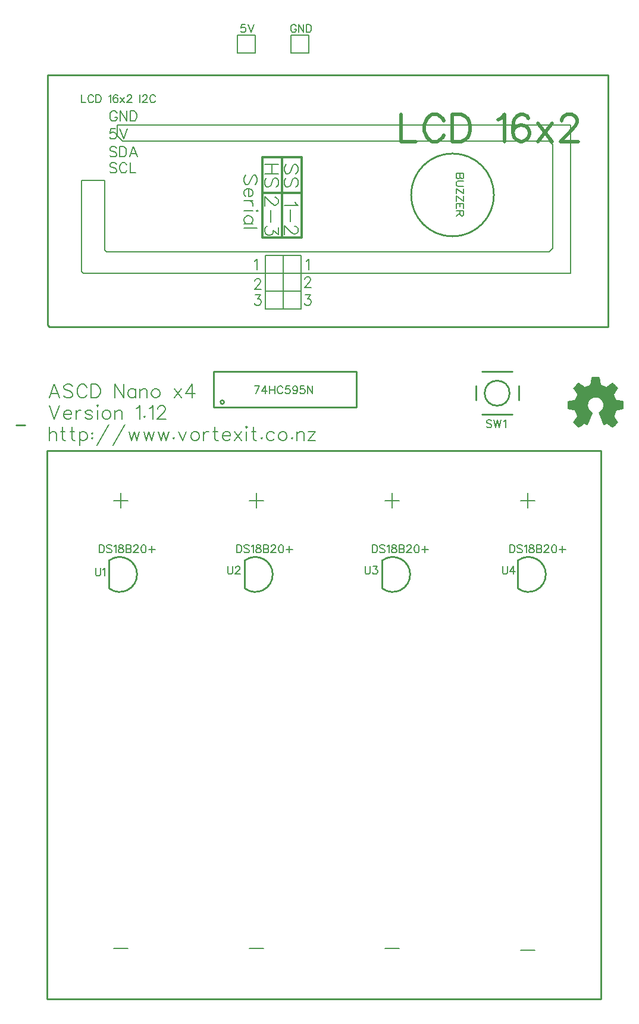
<source format=gto>
G04 Layer: TopSilkLayer*
G04 EasyEDA v5.9.42, Thu, 04 Apr 2019 19:27:21 GMT*
G04 a42c463e7e4844508e23aeb05d994216*
G04 Gerber Generator version 0.2*
G04 Scale: 100 percent, Rotated: No, Reflected: No *
G04 Dimensions in millimeters *
G04 leading zeros omitted , absolute positions ,3 integer and 3 decimal *
%FSLAX33Y33*%
%MOMM*%
G90*
G71D02*

%ADD10C,0.254000*%
%ADD12C,0.299999*%
%ADD49C,0.150114*%
%ADD50C,0.228600*%
%ADD51C,0.203200*%
%ADD52C,0.202999*%
%ADD53C,0.169000*%
%ADD54C,0.177800*%
%ADD55C,0.127000*%
%ADD56C,0.499999*%

%LPD*%

%LPD*%
G36*
G01X86787Y92966D02*
G01X86541Y92966D01*
G01X86441Y92965D01*
G01X86350Y92963D01*
G01X86270Y92960D01*
G01X86203Y92957D01*
G01X86152Y92954D01*
G01X86119Y92950D01*
G01X86106Y92946D01*
G01X86100Y92933D01*
G01X86093Y92912D01*
G01X86085Y92883D01*
G01X86076Y92846D01*
G01X86066Y92800D01*
G01X86055Y92747D01*
G01X86042Y92686D01*
G01X86028Y92617D01*
G01X86013Y92540D01*
G01X85997Y92456D01*
G01X85980Y92365D01*
G01X85962Y92266D01*
G01X85948Y92188D01*
G01X85934Y92115D01*
G01X85920Y92048D01*
G01X85907Y91989D01*
G01X85896Y91940D01*
G01X85886Y91901D01*
G01X85878Y91876D01*
G01X85873Y91864D01*
G01X85845Y91850D01*
G01X85786Y91824D01*
G01X85703Y91789D01*
G01X85605Y91749D01*
G01X85501Y91708D01*
G01X85401Y91667D01*
G01X85315Y91632D01*
G01X85256Y91608D01*
G01X85154Y91565D01*
G01X84781Y91819D01*
G01X84705Y91871D01*
G01X84629Y91922D01*
G01X84557Y91970D01*
G01X84490Y92014D01*
G01X84430Y92054D01*
G01X84379Y92086D01*
G01X84339Y92112D01*
G01X84312Y92128D01*
G01X84216Y92183D01*
G01X83829Y91793D01*
G01X83441Y91403D01*
G01X83505Y91298D01*
G01X83522Y91271D01*
G01X83547Y91233D01*
G01X83577Y91188D01*
G01X83612Y91135D01*
G01X83651Y91077D01*
G01X83692Y91016D01*
G01X83735Y90954D01*
G01X83779Y90891D01*
G01X83821Y90829D01*
G01X83862Y90769D01*
G01X83901Y90712D01*
G01X83965Y90616D01*
G01X83989Y90578D01*
G01X84007Y90550D01*
G01X84017Y90533D01*
G01X84024Y90514D01*
G01X84026Y90490D01*
G01X84021Y90459D01*
G01X84010Y90417D01*
G01X83992Y90363D01*
G01X83966Y90296D01*
G01X83931Y90211D01*
G01X83886Y90108D01*
G01X83860Y90047D01*
G01X83838Y89993D01*
G01X83817Y89945D01*
G01X83799Y89903D01*
G01X83781Y89867D01*
G01X83764Y89835D01*
G01X83747Y89807D01*
G01X83728Y89783D01*
G01X83707Y89763D01*
G01X83684Y89745D01*
G01X83658Y89730D01*
G01X83627Y89717D01*
G01X83592Y89705D01*
G01X83551Y89694D01*
G01X83504Y89683D01*
G01X83449Y89673D01*
G01X83388Y89662D01*
G01X83317Y89650D01*
G01X83238Y89636D01*
G01X83148Y89621D01*
G01X83063Y89605D01*
G01X82981Y89589D01*
G01X82906Y89573D01*
G01X82839Y89557D01*
G01X82781Y89543D01*
G01X82736Y89529D01*
G01X82704Y89518D01*
G01X82688Y89509D01*
G01X82678Y89493D01*
G01X82670Y89467D01*
G01X82663Y89428D01*
G01X82658Y89375D01*
G01X82654Y89304D01*
G01X82652Y89215D01*
G01X82651Y89105D01*
G01X82650Y88971D01*
G01X82651Y88870D01*
G01X82653Y88774D01*
G01X82655Y88686D01*
G01X82658Y88607D01*
G01X82662Y88540D01*
G01X82666Y88487D01*
G01X82670Y88451D01*
G01X82675Y88433D01*
G01X82689Y88423D01*
G01X82719Y88410D01*
G01X82764Y88396D01*
G01X82824Y88380D01*
G01X82897Y88362D01*
G01X82983Y88343D01*
G01X83081Y88323D01*
G01X83190Y88302D01*
G01X83288Y88283D01*
G01X83381Y88264D01*
G01X83466Y88247D01*
G01X83541Y88230D01*
G01X83604Y88216D01*
G01X83652Y88204D01*
G01X83684Y88195D01*
G01X83698Y88189D01*
G01X83708Y88173D01*
G01X83725Y88136D01*
G01X83748Y88083D01*
G01X83776Y88018D01*
G01X83808Y87943D01*
G01X83841Y87863D01*
G01X83874Y87781D01*
G01X83907Y87700D01*
G01X83937Y87625D01*
G01X83963Y87558D01*
G01X83983Y87504D01*
G01X83996Y87465D01*
G01X84001Y87442D01*
G01X84000Y87417D01*
G01X83992Y87387D01*
G01X83975Y87349D01*
G01X83948Y87301D01*
G01X83910Y87239D01*
G01X83859Y87162D01*
G01X83794Y87067D01*
G01X83748Y86999D01*
G01X83702Y86932D01*
G01X83658Y86866D01*
G01X83617Y86805D01*
G01X83580Y86749D01*
G01X83548Y86701D01*
G01X83523Y86663D01*
G01X83506Y86635D01*
G01X83441Y86530D01*
G01X83821Y86147D01*
G01X83898Y86070D01*
G01X83971Y85998D01*
G01X84039Y85933D01*
G01X84099Y85876D01*
G01X84151Y85829D01*
G01X84191Y85794D01*
G01X84220Y85771D01*
G01X84234Y85764D01*
G01X84250Y85769D01*
G01X84279Y85786D01*
G01X84323Y85811D01*
G01X84377Y85845D01*
G01X84441Y85886D01*
G01X84591Y85986D01*
G01X84672Y86042D01*
G01X85077Y86320D01*
G01X85280Y86213D01*
G01X85393Y86156D01*
G01X85459Y86130D01*
G01X85495Y86132D01*
G01X85520Y86155D01*
G01X85527Y86167D01*
G01X85539Y86189D01*
G01X85553Y86220D01*
G01X85572Y86260D01*
G01X85593Y86307D01*
G01X85617Y86361D01*
G01X85643Y86421D01*
G01X85672Y86487D01*
G01X85702Y86557D01*
G01X85733Y86631D01*
G01X85765Y86708D01*
G01X85798Y86788D01*
G01X85823Y86848D01*
G01X85875Y86972D01*
G01X85900Y87035D01*
G01X85926Y87096D01*
G01X85951Y87157D01*
G01X85976Y87217D01*
G01X86000Y87275D01*
G01X86023Y87331D01*
G01X86046Y87385D01*
G01X86067Y87435D01*
G01X86086Y87482D01*
G01X86104Y87525D01*
G01X86120Y87564D01*
G01X86135Y87598D01*
G01X86147Y87627D01*
G01X86187Y87728D01*
G01X86218Y87815D01*
G01X86236Y87877D01*
G01X86238Y87907D01*
G01X86218Y87927D01*
G01X86176Y87963D01*
G01X86116Y88009D01*
G01X86047Y88061D01*
G01X86000Y88097D01*
G01X85956Y88132D01*
G01X85916Y88168D01*
G01X85878Y88205D01*
G01X85843Y88243D01*
G01X85811Y88282D01*
G01X85780Y88322D01*
G01X85752Y88365D01*
G01X85725Y88409D01*
G01X85699Y88456D01*
G01X85675Y88505D01*
G01X85652Y88558D01*
G01X85632Y88610D01*
G01X85615Y88664D01*
G01X85600Y88718D01*
G01X85589Y88772D01*
G01X85581Y88827D01*
G01X85576Y88882D01*
G01X85574Y88938D01*
G01X85574Y88993D01*
G01X85577Y89048D01*
G01X85584Y89103D01*
G01X85592Y89158D01*
G01X85604Y89212D01*
G01X85618Y89265D01*
G01X85635Y89317D01*
G01X85654Y89369D01*
G01X85676Y89420D01*
G01X85700Y89469D01*
G01X85727Y89517D01*
G01X85756Y89564D01*
G01X85787Y89609D01*
G01X85821Y89653D01*
G01X85856Y89694D01*
G01X85894Y89734D01*
G01X85935Y89772D01*
G01X85977Y89807D01*
G01X86021Y89840D01*
G01X86067Y89871D01*
G01X86116Y89899D01*
G01X86170Y89927D01*
G01X86224Y89953D01*
G01X86277Y89975D01*
G01X86331Y89994D01*
G01X86384Y90010D01*
G01X86437Y90024D01*
G01X86489Y90034D01*
G01X86542Y90042D01*
G01X86595Y90047D01*
G01X86648Y90048D01*
G01X86701Y90047D01*
G01X86755Y90043D01*
G01X86808Y90036D01*
G01X86862Y90026D01*
G01X86917Y90014D01*
G01X86971Y89998D01*
G01X87035Y89976D01*
G01X87096Y89952D01*
G01X87155Y89924D01*
G01X87211Y89894D01*
G01X87265Y89861D01*
G01X87317Y89824D01*
G01X87366Y89786D01*
G01X87412Y89744D01*
G01X87456Y89700D01*
G01X87497Y89653D01*
G01X87536Y89603D01*
G01X87571Y89552D01*
G01X87604Y89498D01*
G01X87633Y89441D01*
G01X87660Y89382D01*
G01X87683Y89321D01*
G01X87698Y89274D01*
G01X87711Y89230D01*
G01X87720Y89187D01*
G01X87727Y89142D01*
G01X87731Y89094D01*
G01X87732Y89041D01*
G01X87732Y88981D01*
G01X87730Y88911D01*
G01X87725Y88840D01*
G01X87718Y88771D01*
G01X87707Y88705D01*
G01X87692Y88642D01*
G01X87675Y88581D01*
G01X87654Y88523D01*
G01X87629Y88466D01*
G01X87600Y88412D01*
G01X87568Y88360D01*
G01X87532Y88309D01*
G01X87492Y88260D01*
G01X87447Y88212D01*
G01X87399Y88165D01*
G01X87346Y88119D01*
G01X87289Y88074D01*
G01X87227Y88030D01*
G01X87168Y87987D01*
G01X87120Y87948D01*
G01X87088Y87916D01*
G01X87076Y87896D01*
G01X87078Y87888D01*
G01X87083Y87873D01*
G01X87092Y87849D01*
G01X87104Y87818D01*
G01X87118Y87780D01*
G01X87156Y87685D01*
G01X87178Y87628D01*
G01X87203Y87567D01*
G01X87229Y87500D01*
G01X87258Y87430D01*
G01X87288Y87355D01*
G01X87320Y87277D01*
G01X87353Y87196D01*
G01X87387Y87113D01*
G01X87422Y87028D01*
G01X87458Y86942D01*
G01X87492Y86859D01*
G01X87526Y86778D01*
G01X87558Y86700D01*
G01X87589Y86625D01*
G01X87618Y86554D01*
G01X87646Y86488D01*
G01X87671Y86426D01*
G01X87694Y86369D01*
G01X87716Y86318D01*
G01X87734Y86273D01*
G01X87750Y86235D01*
G01X87763Y86203D01*
G01X87773Y86179D01*
G01X87779Y86163D01*
G01X87783Y86155D01*
G01X87808Y86127D01*
G01X87856Y86128D01*
G01X87935Y86158D01*
G01X88057Y86221D01*
G01X88238Y86320D01*
G01X88646Y86042D01*
G01X88729Y85986D01*
G01X88807Y85934D01*
G01X88880Y85887D01*
G01X88945Y85845D01*
G01X89000Y85811D01*
G01X89043Y85786D01*
G01X89074Y85769D01*
G01X89089Y85764D01*
G01X89106Y85772D01*
G01X89137Y85795D01*
G01X89179Y85831D01*
G01X89231Y85877D01*
G01X89290Y85933D01*
G01X89354Y85995D01*
G01X89422Y86062D01*
G01X89491Y86131D01*
G01X89559Y86201D01*
G01X89625Y86270D01*
G01X89686Y86335D01*
G01X89741Y86395D01*
G01X89787Y86448D01*
G01X89822Y86490D01*
G01X89845Y86522D01*
G01X89853Y86539D01*
G01X89848Y86556D01*
G01X89833Y86586D01*
G01X89810Y86628D01*
G01X89780Y86679D01*
G01X89743Y86738D01*
G01X89701Y86804D01*
G01X89655Y86874D01*
G01X89605Y86948D01*
G01X89555Y87021D01*
G01X89507Y87092D01*
G01X89462Y87158D01*
G01X89422Y87218D01*
G01X89387Y87269D01*
G01X89360Y87312D01*
G01X89340Y87343D01*
G01X89329Y87361D01*
G01X89323Y87378D01*
G01X89322Y87403D01*
G01X89326Y87434D01*
G01X89336Y87476D01*
G01X89353Y87529D01*
G01X89376Y87594D01*
G01X89406Y87674D01*
G01X89444Y87771D01*
G01X89473Y87844D01*
G01X89502Y87913D01*
G01X89529Y87978D01*
G01X89553Y88036D01*
G01X89575Y88085D01*
G01X89594Y88125D01*
G01X89608Y88154D01*
G01X89617Y88169D01*
G01X89631Y88180D01*
G01X89660Y88192D01*
G01X89703Y88206D01*
G01X89759Y88221D01*
G01X89827Y88238D01*
G01X89907Y88256D01*
G01X89999Y88274D01*
G01X90100Y88294D01*
G01X90192Y88311D01*
G01X90280Y88328D01*
G01X90362Y88343D01*
G01X90435Y88357D01*
G01X90497Y88370D01*
G01X90547Y88380D01*
G01X90583Y88388D01*
G01X90602Y88392D01*
G01X90617Y88400D01*
G01X90628Y88416D01*
G01X90636Y88445D01*
G01X90642Y88493D01*
G01X90646Y88565D01*
G01X90649Y88664D01*
G01X90650Y88797D01*
G01X90650Y89152D01*
G01X90649Y89292D01*
G01X90647Y89392D01*
G01X90642Y89460D01*
G01X90635Y89502D01*
G01X90624Y89526D01*
G01X90609Y89537D01*
G01X90588Y89543D01*
G01X90567Y89548D01*
G01X90529Y89555D01*
G01X90476Y89565D01*
G01X90412Y89577D01*
G01X90337Y89591D01*
G01X90255Y89606D01*
G01X90167Y89622D01*
G01X90075Y89639D01*
G01X89984Y89656D01*
G01X89898Y89673D01*
G01X89819Y89689D01*
G01X89750Y89703D01*
G01X89691Y89716D01*
G01X89616Y89736D01*
G01X89602Y89742D01*
G01X89587Y89766D01*
G01X89563Y89812D01*
G01X89533Y89876D01*
G01X89498Y89954D01*
G01X89461Y90040D01*
G01X89424Y90130D01*
G01X89387Y90221D01*
G01X89353Y90306D01*
G01X89325Y90382D01*
G01X89303Y90444D01*
G01X89290Y90488D01*
G01X89287Y90509D01*
G01X89295Y90524D01*
G01X89314Y90554D01*
G01X89341Y90596D01*
G01X89377Y90650D01*
G01X89420Y90713D01*
G01X89468Y90784D01*
G01X89520Y90861D01*
G01X89632Y91023D01*
G01X89684Y91101D01*
G01X89731Y91173D01*
G01X89772Y91239D01*
G01X89805Y91295D01*
G01X89831Y91341D01*
G01X89847Y91374D01*
G01X89853Y91392D01*
G01X89845Y91410D01*
G01X89822Y91442D01*
G01X89787Y91485D01*
G01X89741Y91537D01*
G01X89686Y91597D01*
G01X89625Y91663D01*
G01X89559Y91732D01*
G01X89490Y91802D01*
G01X89420Y91871D01*
G01X89352Y91938D01*
G01X89288Y92000D01*
G01X89229Y92056D01*
G01X89177Y92102D01*
G01X89134Y92138D01*
G01X89103Y92161D01*
G01X89085Y92169D01*
G01X89071Y92164D01*
G01X89044Y92150D01*
G01X89006Y92128D01*
G01X88958Y92098D01*
G01X88903Y92063D01*
G01X88841Y92022D01*
G01X88774Y91977D01*
G01X88703Y91929D01*
G01X88631Y91879D01*
G01X88561Y91830D01*
G01X88493Y91784D01*
G01X88429Y91741D01*
G01X88372Y91703D01*
G01X88324Y91670D01*
G01X88285Y91645D01*
G01X88259Y91628D01*
G01X88161Y91569D01*
G01X87859Y91692D01*
G01X87797Y91717D01*
G01X87737Y91742D01*
G01X87680Y91765D01*
G01X87628Y91786D01*
G01X87583Y91805D01*
G01X87545Y91820D01*
G01X87516Y91832D01*
G01X87498Y91839D01*
G01X87481Y91846D01*
G01X87467Y91854D01*
G01X87454Y91864D01*
G01X87443Y91879D01*
G01X87433Y91901D01*
G01X87422Y91932D01*
G01X87411Y91974D01*
G01X87399Y92029D01*
G01X87384Y92101D01*
G01X87368Y92189D01*
G01X87348Y92298D01*
G01X87324Y92429D01*
G01X87306Y92523D01*
G01X87289Y92612D01*
G01X87271Y92695D01*
G01X87255Y92768D01*
G01X87240Y92831D01*
G01X87227Y92880D01*
G01X87217Y92914D01*
G01X87209Y92930D01*
G01X87195Y92940D01*
G01X87169Y92948D01*
G01X87128Y92954D01*
G01X87072Y92959D01*
G01X86997Y92962D01*
G01X86903Y92965D01*
G01X86787Y92966D01*
G37*

%LPD*%
G54D12*
G01X39207Y124188D02*
G01X39207Y112758D01*
G01X44795Y112758D01*
G01X44795Y124188D01*
G01X39207Y124188D01*
G01X39207Y119108D02*
G01X44795Y119108D01*
G01X42001Y124188D02*
G01X42001Y112758D01*
G54D10*
G01X17424Y62898D02*
G01X17424Y66857D01*
G01X36728Y62898D02*
G01X36728Y66857D01*
G01X56286Y62898D02*
G01X56286Y66857D01*
G01X75590Y62898D02*
G01X75590Y66857D01*
G01X70485Y87612D02*
G01X74803Y87612D01*
G01X74803Y93708D02*
G01X70485Y93708D01*
G01X69596Y89669D02*
G01X69596Y91676D01*
G01X75692Y89644D02*
G01X75692Y91676D01*
G01X8580Y4544D02*
G01X8580Y82524D01*
G01X87419Y82524D01*
G01X87419Y4544D01*
G01X8580Y4544D01*
G01X8636Y135872D02*
G01X88392Y135872D01*
G01X88392Y100058D01*
G01X8890Y100058D01*
G01X8636Y100312D01*
G01X8636Y135872D01*
G54D49*
G01X18542Y128760D02*
G01X83058Y128760D01*
G01X83058Y107678D01*
G01X13716Y107678D01*
G01X13462Y107932D01*
G01X13462Y120886D01*
G01X16764Y120886D01*
G01X16764Y110980D01*
G01X17018Y110726D01*
G01X80010Y110726D01*
G01X80518Y111234D01*
G01X80518Y125966D01*
G01X80010Y126474D01*
G01X19304Y126474D01*
G01X18542Y127236D01*
G01X18542Y128760D01*
G54D50*
G01X32258Y88628D02*
G01X52578Y88628D01*
G01X52578Y93708D01*
G01X32258Y93708D01*
G01X32258Y88628D01*
G54D51*
G01X39624Y102598D02*
G01X39624Y105138D01*
G01X42164Y105138D01*
G01X42164Y102598D01*
G01X40259Y102598D01*
G54D52*
G01X39624Y102598D02*
G01X40259Y102598D01*
G54D51*
G01X42164Y102598D02*
G01X42164Y105138D01*
G01X44704Y105138D01*
G01X44704Y102598D01*
G01X42799Y102598D01*
G54D52*
G01X42164Y102598D02*
G01X42799Y102598D01*
G54D51*
G01X42164Y105138D02*
G01X42164Y107678D01*
G01X44704Y107678D01*
G01X44704Y105138D01*
G01X42799Y105138D01*
G54D52*
G01X42164Y105138D02*
G01X42799Y105138D01*
G54D51*
G01X39624Y105138D02*
G01X39624Y107678D01*
G01X42164Y107678D01*
G01X42164Y105138D01*
G01X40259Y105138D01*
G54D52*
G01X39624Y105138D02*
G01X40259Y105138D01*
G54D51*
G01X38191Y139011D02*
G01X35651Y139011D01*
G01X35651Y141551D01*
G01X38191Y141551D01*
G01X38191Y139646D01*
G54D52*
G01X38191Y139011D02*
G01X38191Y139646D01*
G54D51*
G01X45811Y139011D02*
G01X43271Y139011D01*
G01X43271Y141551D01*
G01X45811Y141551D01*
G01X45811Y139646D01*
G54D52*
G01X45811Y139011D02*
G01X45811Y139646D01*
G54D51*
G01X42164Y107678D02*
G01X39624Y107678D01*
G01X39624Y110218D01*
G01X42164Y110218D01*
G01X42164Y108313D01*
G54D52*
G01X42164Y107678D02*
G01X42164Y108313D01*
G54D51*
G01X44704Y107678D02*
G01X42164Y107678D01*
G01X42164Y110218D01*
G01X44704Y110218D01*
G01X44704Y108313D01*
G54D52*
G01X44704Y107678D02*
G01X44704Y108313D01*
G54D10*
G01X5461Y86088D02*
G01X4191Y86088D01*
G54D51*
G01X9629Y91930D02*
G01X8890Y89989D01*
G01X9629Y91930D02*
G01X10368Y89989D01*
G01X9166Y90637D02*
G01X10088Y90637D01*
G01X12270Y91653D02*
G01X12085Y91836D01*
G01X11808Y91930D01*
G01X11437Y91930D01*
G01X11160Y91836D01*
G01X10977Y91653D01*
G01X10977Y91467D01*
G01X11069Y91282D01*
G01X11160Y91191D01*
G01X11346Y91099D01*
G01X11899Y90914D01*
G01X12085Y90820D01*
G01X12176Y90728D01*
G01X12270Y90543D01*
G01X12270Y90266D01*
G01X12085Y90083D01*
G01X11808Y89989D01*
G01X11437Y89989D01*
G01X11160Y90083D01*
G01X10977Y90266D01*
G01X14264Y91467D02*
G01X14173Y91653D01*
G01X13987Y91836D01*
G01X13802Y91930D01*
G01X13434Y91930D01*
G01X13248Y91836D01*
G01X13063Y91653D01*
G01X12971Y91467D01*
G01X12880Y91191D01*
G01X12880Y90728D01*
G01X12971Y90451D01*
G01X13063Y90266D01*
G01X13248Y90083D01*
G01X13434Y89989D01*
G01X13802Y89989D01*
G01X13987Y90083D01*
G01X14173Y90266D01*
G01X14264Y90451D01*
G01X14874Y91930D02*
G01X14874Y89989D01*
G01X14874Y91930D02*
G01X15521Y91930D01*
G01X15798Y91836D01*
G01X15981Y91653D01*
G01X16075Y91467D01*
G01X16167Y91191D01*
G01X16167Y90728D01*
G01X16075Y90451D01*
G01X15981Y90266D01*
G01X15798Y90083D01*
G01X15521Y89989D01*
G01X14874Y89989D01*
G01X18199Y91930D02*
G01X18199Y89989D01*
G01X18199Y91930D02*
G01X19491Y89989D01*
G01X19491Y91930D02*
G01X19491Y89989D01*
G01X21211Y91282D02*
G01X21211Y89989D01*
G01X21211Y91005D02*
G01X21026Y91191D01*
G01X20840Y91282D01*
G01X20563Y91282D01*
G01X20378Y91191D01*
G01X20195Y91005D01*
G01X20101Y90728D01*
G01X20101Y90543D01*
G01X20195Y90266D01*
G01X20378Y90083D01*
G01X20563Y89989D01*
G01X20840Y89989D01*
G01X21026Y90083D01*
G01X21211Y90266D01*
G01X21821Y91282D02*
G01X21821Y89989D01*
G01X21821Y90914D02*
G01X22098Y91191D01*
G01X22280Y91282D01*
G01X22560Y91282D01*
G01X22743Y91191D01*
G01X22837Y90914D01*
G01X22837Y89989D01*
G01X23906Y91282D02*
G01X23723Y91191D01*
G01X23538Y91005D01*
G01X23446Y90728D01*
G01X23446Y90543D01*
G01X23538Y90266D01*
G01X23723Y90083D01*
G01X23906Y89989D01*
G01X24185Y89989D01*
G01X24368Y90083D01*
G01X24554Y90266D01*
G01X24645Y90543D01*
G01X24645Y90728D01*
G01X24554Y91005D01*
G01X24368Y91191D01*
G01X24185Y91282D01*
G01X23906Y91282D01*
G01X26677Y91282D02*
G01X27693Y89989D01*
G01X27693Y91282D02*
G01X26677Y89989D01*
G01X29227Y91930D02*
G01X28303Y90637D01*
G01X29690Y90637D01*
G01X29227Y91930D02*
G01X29227Y89989D01*
G01X8890Y88882D02*
G01X9629Y86941D01*
G01X10368Y88882D02*
G01X9629Y86941D01*
G01X10977Y87680D02*
G01X12085Y87680D01*
G01X12085Y87866D01*
G01X11993Y88051D01*
G01X11899Y88143D01*
G01X11714Y88234D01*
G01X11437Y88234D01*
G01X11254Y88143D01*
G01X11069Y87957D01*
G01X10977Y87680D01*
G01X10977Y87495D01*
G01X11069Y87218D01*
G01X11254Y87035D01*
G01X11437Y86941D01*
G01X11714Y86941D01*
G01X11899Y87035D01*
G01X12085Y87218D01*
G01X12694Y88234D02*
G01X12694Y86941D01*
G01X12694Y87680D02*
G01X12786Y87957D01*
G01X12971Y88143D01*
G01X13157Y88234D01*
G01X13434Y88234D01*
G01X15059Y87957D02*
G01X14965Y88143D01*
G01X14688Y88234D01*
G01X14411Y88234D01*
G01X14135Y88143D01*
G01X14043Y87957D01*
G01X14135Y87772D01*
G01X14320Y87680D01*
G01X14782Y87589D01*
G01X14965Y87495D01*
G01X15059Y87312D01*
G01X15059Y87218D01*
G01X14965Y87035D01*
G01X14688Y86941D01*
G01X14411Y86941D01*
G01X14135Y87035D01*
G01X14043Y87218D01*
G01X15669Y88882D02*
G01X15760Y88788D01*
G01X15854Y88882D01*
G01X15760Y88973D01*
G01X15669Y88882D01*
G01X15760Y88234D02*
G01X15760Y86941D01*
G01X16924Y88234D02*
G01X16741Y88143D01*
G01X16555Y87957D01*
G01X16464Y87680D01*
G01X16464Y87495D01*
G01X16555Y87218D01*
G01X16741Y87035D01*
G01X16924Y86941D01*
G01X17200Y86941D01*
G01X17386Y87035D01*
G01X17571Y87218D01*
G01X17663Y87495D01*
G01X17663Y87680D01*
G01X17571Y87957D01*
G01X17386Y88143D01*
G01X17200Y88234D01*
G01X16924Y88234D01*
G01X18272Y88234D02*
G01X18272Y86941D01*
G01X18272Y87866D02*
G01X18549Y88143D01*
G01X18735Y88234D01*
G01X19011Y88234D01*
G01X19197Y88143D01*
G01X19288Y87866D01*
G01X19288Y86941D01*
G01X21320Y88511D02*
G01X21506Y88605D01*
G01X21783Y88882D01*
G01X21783Y86941D01*
G01X22484Y87403D02*
G01X22392Y87312D01*
G01X22484Y87218D01*
G01X22578Y87312D01*
G01X22484Y87403D01*
G01X23187Y88511D02*
G01X23373Y88605D01*
G01X23649Y88882D01*
G01X23649Y86941D01*
G01X24350Y88419D02*
G01X24350Y88511D01*
G01X24442Y88696D01*
G01X24536Y88788D01*
G01X24719Y88882D01*
G01X25090Y88882D01*
G01X25275Y88788D01*
G01X25366Y88696D01*
G01X25458Y88511D01*
G01X25458Y88328D01*
G01X25366Y88143D01*
G01X25181Y87866D01*
G01X24259Y86941D01*
G01X25552Y86941D01*
G01X8890Y85834D02*
G01X8890Y83893D01*
G01X8890Y84818D02*
G01X9166Y85095D01*
G01X9352Y85186D01*
G01X9629Y85186D01*
G01X9812Y85095D01*
G01X9906Y84818D01*
G01X9906Y83893D01*
G01X10792Y85834D02*
G01X10792Y84264D01*
G01X10883Y83987D01*
G01X11069Y83893D01*
G01X11254Y83893D01*
G01X10515Y85186D02*
G01X11160Y85186D01*
G01X12141Y85834D02*
G01X12141Y84264D01*
G01X12232Y83987D01*
G01X12418Y83893D01*
G01X12603Y83893D01*
G01X11864Y85186D02*
G01X12509Y85186D01*
G01X13213Y85186D02*
G01X13213Y83248D01*
G01X13213Y84909D02*
G01X13395Y85095D01*
G01X13581Y85186D01*
G01X13858Y85186D01*
G01X14043Y85095D01*
G01X14229Y84909D01*
G01X14320Y84632D01*
G01X14320Y84447D01*
G01X14229Y84170D01*
G01X14043Y83987D01*
G01X13858Y83893D01*
G01X13581Y83893D01*
G01X13395Y83987D01*
G01X13213Y84170D01*
G01X15021Y85003D02*
G01X14930Y84909D01*
G01X15021Y84818D01*
G01X15115Y84909D01*
G01X15021Y85003D01*
G01X15021Y84355D02*
G01X14930Y84264D01*
G01X15021Y84170D01*
G01X15115Y84264D01*
G01X15021Y84355D01*
G01X17386Y86202D02*
G01X15725Y83248D01*
G01X19659Y86202D02*
G01X17995Y83248D01*
G01X20269Y85186D02*
G01X20637Y83893D01*
G01X21008Y85186D02*
G01X20637Y83893D01*
G01X21008Y85186D02*
G01X21376Y83893D01*
G01X21747Y85186D02*
G01X21376Y83893D01*
G01X22357Y85186D02*
G01X22725Y83893D01*
G01X23093Y85186D02*
G01X22725Y83893D01*
G01X23093Y85186D02*
G01X23464Y83893D01*
G01X23832Y85186D02*
G01X23464Y83893D01*
G01X24442Y85186D02*
G01X24813Y83893D01*
G01X25181Y85186D02*
G01X24813Y83893D01*
G01X25181Y85186D02*
G01X25552Y83893D01*
G01X25920Y85186D02*
G01X25552Y83893D01*
G01X26624Y84355D02*
G01X26530Y84264D01*
G01X26624Y84170D01*
G01X26715Y84264D01*
G01X26624Y84355D01*
G01X27325Y85186D02*
G01X27879Y83893D01*
G01X28432Y85186D02*
G01X27879Y83893D01*
G01X29504Y85186D02*
G01X29319Y85095D01*
G01X29136Y84909D01*
G01X29042Y84632D01*
G01X29042Y84447D01*
G01X29136Y84170D01*
G01X29319Y83987D01*
G01X29504Y83893D01*
G01X29781Y83893D01*
G01X29966Y83987D01*
G01X30152Y84170D01*
G01X30243Y84447D01*
G01X30243Y84632D01*
G01X30152Y84909D01*
G01X29966Y85095D01*
G01X29781Y85186D01*
G01X29504Y85186D01*
G01X30853Y85186D02*
G01X30853Y83893D01*
G01X30853Y84632D02*
G01X30944Y84909D01*
G01X31130Y85095D01*
G01X31315Y85186D01*
G01X31592Y85186D01*
G01X32478Y85834D02*
G01X32478Y84264D01*
G01X32570Y83987D01*
G01X32755Y83893D01*
G01X32941Y83893D01*
G01X32202Y85186D02*
G01X32847Y85186D01*
G01X33550Y84632D02*
G01X34658Y84632D01*
G01X34658Y84818D01*
G01X34566Y85003D01*
G01X34472Y85095D01*
G01X34290Y85186D01*
G01X34013Y85186D01*
G01X33827Y85095D01*
G01X33642Y84909D01*
G01X33550Y84632D01*
G01X33550Y84447D01*
G01X33642Y84170D01*
G01X33827Y83987D01*
G01X34013Y83893D01*
G01X34290Y83893D01*
G01X34472Y83987D01*
G01X34658Y84170D01*
G01X35267Y85186D02*
G01X36283Y83893D01*
G01X36283Y85186D02*
G01X35267Y83893D01*
G01X36893Y85834D02*
G01X36987Y85740D01*
G01X37078Y85834D01*
G01X36987Y85925D01*
G01X36893Y85834D01*
G01X36987Y85186D02*
G01X36987Y83893D01*
G01X37965Y85834D02*
G01X37965Y84264D01*
G01X38056Y83987D01*
G01X38242Y83893D01*
G01X38427Y83893D01*
G01X37688Y85186D02*
G01X38333Y85186D01*
G01X39128Y84355D02*
G01X39037Y84264D01*
G01X39128Y84170D01*
G01X39222Y84264D01*
G01X39128Y84355D01*
G01X40939Y84909D02*
G01X40754Y85095D01*
G01X40568Y85186D01*
G01X40292Y85186D01*
G01X40109Y85095D01*
G01X39923Y84909D01*
G01X39832Y84632D01*
G01X39832Y84447D01*
G01X39923Y84170D01*
G01X40109Y83987D01*
G01X40292Y83893D01*
G01X40568Y83893D01*
G01X40754Y83987D01*
G01X40939Y84170D01*
G01X42011Y85186D02*
G01X41826Y85095D01*
G01X41640Y84909D01*
G01X41549Y84632D01*
G01X41549Y84447D01*
G01X41640Y84170D01*
G01X41826Y83987D01*
G01X42011Y83893D01*
G01X42288Y83893D01*
G01X42473Y83987D01*
G01X42656Y84170D01*
G01X42750Y84447D01*
G01X42750Y84632D01*
G01X42656Y84909D01*
G01X42473Y85095D01*
G01X42288Y85186D01*
G01X42011Y85186D01*
G01X43451Y84355D02*
G01X43360Y84264D01*
G01X43451Y84170D01*
G01X43543Y84264D01*
G01X43451Y84355D01*
G01X44152Y85186D02*
G01X44152Y83893D01*
G01X44152Y84818D02*
G01X44429Y85095D01*
G01X44615Y85186D01*
G01X44891Y85186D01*
G01X45077Y85095D01*
G01X45168Y84818D01*
G01X45168Y83893D01*
G01X46794Y85186D02*
G01X45778Y83893D01*
G01X45778Y85186D02*
G01X46794Y85186D01*
G01X45778Y83893D02*
G01X46794Y83893D01*
G01X44010Y121879D02*
G01X44196Y122064D01*
G01X44287Y122341D01*
G01X44287Y122709D01*
G01X44196Y122986D01*
G01X44010Y123172D01*
G01X43827Y123172D01*
G01X43642Y123080D01*
G01X43548Y122986D01*
G01X43456Y122803D01*
G01X43271Y122247D01*
G01X43180Y122064D01*
G01X43088Y121970D01*
G01X42903Y121879D01*
G01X42626Y121879D01*
G01X42440Y122064D01*
G01X42349Y122341D01*
G01X42349Y122709D01*
G01X42440Y122986D01*
G01X42626Y123172D01*
G01X44010Y119976D02*
G01X44196Y120162D01*
G01X44287Y120439D01*
G01X44287Y120807D01*
G01X44196Y121084D01*
G01X44010Y121269D01*
G01X43827Y121269D01*
G01X43642Y121178D01*
G01X43548Y121084D01*
G01X43456Y120898D01*
G01X43271Y120345D01*
G01X43180Y120162D01*
G01X43088Y120068D01*
G01X42903Y119976D01*
G01X42626Y119976D01*
G01X42440Y120162D01*
G01X42349Y120439D01*
G01X42349Y120807D01*
G01X42440Y121084D01*
G01X42626Y121269D01*
G01X41493Y123172D02*
G01X39555Y123172D01*
G01X41493Y121879D02*
G01X39555Y121879D01*
G01X40571Y123172D02*
G01X40571Y121879D01*
G01X41216Y119976D02*
G01X41402Y120162D01*
G01X41493Y120439D01*
G01X41493Y120807D01*
G01X41402Y121084D01*
G01X41216Y121269D01*
G01X41033Y121269D01*
G01X40848Y121178D01*
G01X40754Y121084D01*
G01X40662Y120898D01*
G01X40477Y120345D01*
G01X40386Y120162D01*
G01X40294Y120068D01*
G01X40109Y119976D01*
G01X39832Y119976D01*
G01X39646Y120162D01*
G01X39555Y120439D01*
G01X39555Y120807D01*
G01X39646Y121084D01*
G01X39832Y121269D01*
G01X43919Y117838D02*
G01X44010Y117652D01*
G01X44287Y117375D01*
G01X42349Y117375D01*
G01X43180Y116766D02*
G01X43180Y115105D01*
G01X43827Y114401D02*
G01X43919Y114401D01*
G01X44104Y114310D01*
G01X44196Y114218D01*
G01X44287Y114033D01*
G01X44287Y113662D01*
G01X44196Y113479D01*
G01X44104Y113385D01*
G01X43919Y113294D01*
G01X43733Y113294D01*
G01X43548Y113385D01*
G01X43271Y113571D01*
G01X42349Y114495D01*
G01X42349Y113202D01*
G01X41033Y118508D02*
G01X41125Y118508D01*
G01X41310Y118414D01*
G01X41402Y118323D01*
G01X41493Y118137D01*
G01X41493Y117769D01*
G01X41402Y117584D01*
G01X41310Y117492D01*
G01X41125Y117398D01*
G01X40939Y117398D01*
G01X40754Y117492D01*
G01X40477Y117675D01*
G01X39555Y118600D01*
G01X39555Y117307D01*
G01X40386Y116697D02*
G01X40386Y115034D01*
G01X41493Y114241D02*
G01X41493Y113225D01*
G01X40754Y113779D01*
G01X40754Y113502D01*
G01X40662Y113317D01*
G01X40571Y113225D01*
G01X40294Y113131D01*
G01X40109Y113131D01*
G01X39832Y113225D01*
G01X39646Y113408D01*
G01X39555Y113685D01*
G01X39555Y113964D01*
G01X39646Y114241D01*
G01X39738Y114333D01*
G01X39923Y114424D01*
G01X38237Y120355D02*
G01X38422Y120540D01*
G01X38513Y120817D01*
G01X38513Y121185D01*
G01X38422Y121462D01*
G01X38237Y121648D01*
G01X38054Y121648D01*
G01X37868Y121556D01*
G01X37774Y121462D01*
G01X37683Y121279D01*
G01X37497Y120723D01*
G01X37406Y120540D01*
G01X37315Y120446D01*
G01X37129Y120355D01*
G01X36852Y120355D01*
G01X36667Y120540D01*
G01X36575Y120817D01*
G01X36575Y121185D01*
G01X36667Y121462D01*
G01X36852Y121648D01*
G01X37315Y119745D02*
G01X37315Y118638D01*
G01X37497Y118638D01*
G01X37683Y118729D01*
G01X37774Y118821D01*
G01X37868Y119006D01*
G01X37868Y119283D01*
G01X37774Y119468D01*
G01X37591Y119654D01*
G01X37315Y119745D01*
G01X37129Y119745D01*
G01X36852Y119654D01*
G01X36667Y119468D01*
G01X36575Y119283D01*
G01X36575Y119006D01*
G01X36667Y118821D01*
G01X36852Y118638D01*
G01X37868Y118028D02*
G01X36575Y118028D01*
G01X37315Y118028D02*
G01X37591Y117934D01*
G01X37774Y117751D01*
G01X37868Y117566D01*
G01X37868Y117289D01*
G01X38513Y116679D02*
G01X38422Y116585D01*
G01X38513Y116494D01*
G01X38607Y116585D01*
G01X38513Y116679D01*
G01X37868Y116585D02*
G01X36575Y116585D01*
G01X37868Y114777D02*
G01X36575Y114777D01*
G01X37591Y114777D02*
G01X37774Y114960D01*
G01X37868Y115145D01*
G01X37868Y115422D01*
G01X37774Y115607D01*
G01X37591Y115793D01*
G01X37315Y115884D01*
G01X37129Y115884D01*
G01X36852Y115793D01*
G01X36667Y115607D01*
G01X36575Y115422D01*
G01X36575Y115145D01*
G01X36667Y114960D01*
G01X36852Y114777D01*
G01X38513Y114167D02*
G01X36575Y114167D01*
G54D53*
G01X38100Y109433D02*
G01X38239Y109502D01*
G01X38445Y109710D01*
G01X38445Y108257D01*
G01X45466Y109433D02*
G01X45605Y109502D01*
G01X45811Y109710D01*
G01X45811Y108257D01*
G01X38168Y106570D02*
G01X38168Y106639D01*
G01X38239Y106779D01*
G01X38308Y106847D01*
G01X38445Y106916D01*
G01X38722Y106916D01*
G01X38862Y106847D01*
G01X38930Y106779D01*
G01X39001Y106639D01*
G01X39001Y106502D01*
G01X38930Y106362D01*
G01X38793Y106154D01*
G01X38100Y105463D01*
G01X39070Y105463D01*
G01X45280Y106824D02*
G01X45280Y106893D01*
G01X45351Y107033D01*
G01X45420Y107101D01*
G01X45557Y107170D01*
G01X45834Y107170D01*
G01X45974Y107101D01*
G01X46042Y107033D01*
G01X46113Y106893D01*
G01X46113Y106756D01*
G01X46042Y106616D01*
G01X45905Y106408D01*
G01X45212Y105717D01*
G01X46182Y105717D01*
G01X45351Y104630D02*
G01X46113Y104630D01*
G01X45697Y104076D01*
G01X45905Y104076D01*
G01X46042Y104008D01*
G01X46113Y103939D01*
G01X46182Y103731D01*
G01X46182Y103591D01*
G01X46113Y103383D01*
G01X45974Y103246D01*
G01X45765Y103177D01*
G01X45557Y103177D01*
G01X45351Y103246D01*
G01X45280Y103314D01*
G01X45212Y103454D01*
G01X38239Y104630D02*
G01X39001Y104630D01*
G01X38585Y104076D01*
G01X38793Y104076D01*
G01X38930Y104008D01*
G01X39001Y103939D01*
G01X39070Y103731D01*
G01X39070Y103591D01*
G01X39001Y103383D01*
G01X38862Y103246D01*
G01X38653Y103177D01*
G01X38445Y103177D01*
G01X38239Y103246D01*
G01X38168Y103314D01*
G01X38100Y103454D01*
G54D54*
G01X15494Y65768D02*
G01X15494Y64991D01*
G01X15544Y64833D01*
G01X15648Y64729D01*
G01X15806Y64678D01*
G01X15910Y64678D01*
G01X16065Y64729D01*
G01X16169Y64833D01*
G01X16220Y64991D01*
G01X16220Y65768D01*
G01X16563Y65562D02*
G01X16667Y65613D01*
G01X16824Y65768D01*
G01X16824Y64678D01*
G54D55*
G01X16002Y69070D02*
G01X16002Y67980D01*
G01X16002Y69070D02*
G01X16365Y69070D01*
G01X16522Y69019D01*
G01X16624Y68915D01*
G01X16677Y68811D01*
G01X16728Y68656D01*
G01X16728Y68397D01*
G01X16677Y68239D01*
G01X16624Y68135D01*
G01X16522Y68031D01*
G01X16365Y67980D01*
G01X16002Y67980D01*
G01X17800Y68915D02*
G01X17696Y69019D01*
G01X17538Y69070D01*
G01X17332Y69070D01*
G01X17175Y69019D01*
G01X17071Y68915D01*
G01X17071Y68811D01*
G01X17124Y68707D01*
G01X17175Y68656D01*
G01X17279Y68603D01*
G01X17592Y68498D01*
G01X17696Y68448D01*
G01X17746Y68397D01*
G01X17800Y68293D01*
G01X17800Y68135D01*
G01X17696Y68031D01*
G01X17538Y67980D01*
G01X17332Y67980D01*
G01X17175Y68031D01*
G01X17071Y68135D01*
G01X18143Y68864D02*
G01X18247Y68915D01*
G01X18402Y69070D01*
G01X18402Y67980D01*
G01X19004Y69070D02*
G01X18849Y69019D01*
G01X18796Y68915D01*
G01X18796Y68811D01*
G01X18849Y68707D01*
G01X18953Y68656D01*
G01X19161Y68603D01*
G01X19316Y68552D01*
G01X19420Y68448D01*
G01X19471Y68343D01*
G01X19471Y68189D01*
G01X19420Y68084D01*
G01X19367Y68031D01*
G01X19212Y67980D01*
G01X19004Y67980D01*
G01X18849Y68031D01*
G01X18796Y68084D01*
G01X18745Y68189D01*
G01X18745Y68343D01*
G01X18796Y68448D01*
G01X18900Y68552D01*
G01X19057Y68603D01*
G01X19265Y68656D01*
G01X19367Y68707D01*
G01X19420Y68811D01*
G01X19420Y68915D01*
G01X19367Y69019D01*
G01X19212Y69070D01*
G01X19004Y69070D01*
G01X19814Y69070D02*
G01X19814Y67980D01*
G01X19814Y69070D02*
G01X20281Y69070D01*
G01X20439Y69019D01*
G01X20490Y68968D01*
G01X20543Y68864D01*
G01X20543Y68760D01*
G01X20490Y68656D01*
G01X20439Y68603D01*
G01X20281Y68552D01*
G01X19814Y68552D02*
G01X20281Y68552D01*
G01X20439Y68498D01*
G01X20490Y68448D01*
G01X20543Y68343D01*
G01X20543Y68189D01*
G01X20490Y68084D01*
G01X20439Y68031D01*
G01X20281Y67980D01*
G01X19814Y67980D01*
G01X20937Y68811D02*
G01X20937Y68864D01*
G01X20990Y68968D01*
G01X21041Y69019D01*
G01X21145Y69070D01*
G01X21353Y69070D01*
G01X21457Y69019D01*
G01X21508Y68968D01*
G01X21562Y68864D01*
G01X21562Y68760D01*
G01X21508Y68656D01*
G01X21404Y68498D01*
G01X20886Y67980D01*
G01X21612Y67980D01*
G01X22268Y69070D02*
G01X22110Y69019D01*
G01X22009Y68864D01*
G01X21955Y68603D01*
G01X21955Y68448D01*
G01X22009Y68189D01*
G01X22110Y68031D01*
G01X22268Y67980D01*
G01X22372Y67980D01*
G01X22527Y68031D01*
G01X22631Y68189D01*
G01X22682Y68448D01*
G01X22682Y68603D01*
G01X22631Y68864D01*
G01X22527Y69019D01*
G01X22372Y69070D01*
G01X22268Y69070D01*
G01X23495Y68915D02*
G01X23495Y67980D01*
G01X23025Y68448D02*
G01X23962Y68448D01*
G54D54*
G01X34290Y66022D02*
G01X34290Y65245D01*
G01X34340Y65087D01*
G01X34444Y64983D01*
G01X34602Y64932D01*
G01X34706Y64932D01*
G01X34861Y64983D01*
G01X34965Y65087D01*
G01X35016Y65245D01*
G01X35016Y66022D01*
G01X35412Y65763D02*
G01X35412Y65816D01*
G01X35463Y65920D01*
G01X35516Y65971D01*
G01X35620Y66022D01*
G01X35826Y66022D01*
G01X35930Y65971D01*
G01X35984Y65920D01*
G01X36034Y65816D01*
G01X36034Y65712D01*
G01X35984Y65608D01*
G01X35880Y65450D01*
G01X35359Y64932D01*
G01X36088Y64932D01*
G54D55*
G01X35560Y69070D02*
G01X35560Y67980D01*
G01X35560Y69070D02*
G01X35923Y69070D01*
G01X36080Y69019D01*
G01X36182Y68915D01*
G01X36235Y68811D01*
G01X36286Y68656D01*
G01X36286Y68397D01*
G01X36235Y68239D01*
G01X36182Y68135D01*
G01X36080Y68031D01*
G01X35923Y67980D01*
G01X35560Y67980D01*
G01X37358Y68915D02*
G01X37254Y69019D01*
G01X37096Y69070D01*
G01X36890Y69070D01*
G01X36733Y69019D01*
G01X36629Y68915D01*
G01X36629Y68811D01*
G01X36682Y68707D01*
G01X36733Y68656D01*
G01X36837Y68603D01*
G01X37150Y68498D01*
G01X37254Y68448D01*
G01X37304Y68397D01*
G01X37358Y68293D01*
G01X37358Y68135D01*
G01X37254Y68031D01*
G01X37096Y67980D01*
G01X36890Y67980D01*
G01X36733Y68031D01*
G01X36629Y68135D01*
G01X37701Y68864D02*
G01X37805Y68915D01*
G01X37960Y69070D01*
G01X37960Y67980D01*
G01X38562Y69070D02*
G01X38407Y69019D01*
G01X38354Y68915D01*
G01X38354Y68811D01*
G01X38407Y68707D01*
G01X38511Y68656D01*
G01X38719Y68603D01*
G01X38874Y68552D01*
G01X38978Y68448D01*
G01X39029Y68343D01*
G01X39029Y68189D01*
G01X38978Y68084D01*
G01X38925Y68031D01*
G01X38770Y67980D01*
G01X38562Y67980D01*
G01X38407Y68031D01*
G01X38354Y68084D01*
G01X38303Y68189D01*
G01X38303Y68343D01*
G01X38354Y68448D01*
G01X38458Y68552D01*
G01X38615Y68603D01*
G01X38823Y68656D01*
G01X38925Y68707D01*
G01X38978Y68811D01*
G01X38978Y68915D01*
G01X38925Y69019D01*
G01X38770Y69070D01*
G01X38562Y69070D01*
G01X39372Y69070D02*
G01X39372Y67980D01*
G01X39372Y69070D02*
G01X39839Y69070D01*
G01X39997Y69019D01*
G01X40048Y68968D01*
G01X40101Y68864D01*
G01X40101Y68760D01*
G01X40048Y68656D01*
G01X39997Y68603D01*
G01X39839Y68552D01*
G01X39372Y68552D02*
G01X39839Y68552D01*
G01X39997Y68498D01*
G01X40048Y68448D01*
G01X40101Y68343D01*
G01X40101Y68189D01*
G01X40048Y68084D01*
G01X39997Y68031D01*
G01X39839Y67980D01*
G01X39372Y67980D01*
G01X40495Y68811D02*
G01X40495Y68864D01*
G01X40548Y68968D01*
G01X40599Y69019D01*
G01X40703Y69070D01*
G01X40911Y69070D01*
G01X41015Y69019D01*
G01X41066Y68968D01*
G01X41120Y68864D01*
G01X41120Y68760D01*
G01X41066Y68656D01*
G01X40962Y68498D01*
G01X40444Y67980D01*
G01X41170Y67980D01*
G01X41826Y69070D02*
G01X41668Y69019D01*
G01X41567Y68864D01*
G01X41513Y68603D01*
G01X41513Y68448D01*
G01X41567Y68189D01*
G01X41668Y68031D01*
G01X41826Y67980D01*
G01X41930Y67980D01*
G01X42085Y68031D01*
G01X42189Y68189D01*
G01X42240Y68448D01*
G01X42240Y68603D01*
G01X42189Y68864D01*
G01X42085Y69019D01*
G01X41930Y69070D01*
G01X41826Y69070D01*
G01X43053Y68915D02*
G01X43053Y67980D01*
G01X42583Y68448D02*
G01X43520Y68448D01*
G54D54*
G01X53848Y66022D02*
G01X53848Y65245D01*
G01X53898Y65087D01*
G01X54002Y64983D01*
G01X54160Y64932D01*
G01X54264Y64932D01*
G01X54419Y64983D01*
G01X54523Y65087D01*
G01X54574Y65245D01*
G01X54574Y66022D01*
G01X55021Y66022D02*
G01X55592Y66022D01*
G01X55283Y65608D01*
G01X55438Y65608D01*
G01X55542Y65555D01*
G01X55592Y65504D01*
G01X55646Y65349D01*
G01X55646Y65245D01*
G01X55592Y65087D01*
G01X55488Y64983D01*
G01X55333Y64932D01*
G01X55178Y64932D01*
G01X55021Y64983D01*
G01X54970Y65036D01*
G01X54917Y65141D01*
G54D55*
G01X54864Y69070D02*
G01X54864Y67980D01*
G01X54864Y69070D02*
G01X55227Y69070D01*
G01X55384Y69019D01*
G01X55486Y68915D01*
G01X55539Y68811D01*
G01X55590Y68656D01*
G01X55590Y68397D01*
G01X55539Y68239D01*
G01X55486Y68135D01*
G01X55384Y68031D01*
G01X55227Y67980D01*
G01X54864Y67980D01*
G01X56662Y68915D02*
G01X56558Y69019D01*
G01X56400Y69070D01*
G01X56194Y69070D01*
G01X56037Y69019D01*
G01X55933Y68915D01*
G01X55933Y68811D01*
G01X55986Y68707D01*
G01X56037Y68656D01*
G01X56141Y68603D01*
G01X56454Y68498D01*
G01X56558Y68448D01*
G01X56608Y68397D01*
G01X56662Y68293D01*
G01X56662Y68135D01*
G01X56558Y68031D01*
G01X56400Y67980D01*
G01X56194Y67980D01*
G01X56037Y68031D01*
G01X55933Y68135D01*
G01X57005Y68864D02*
G01X57109Y68915D01*
G01X57264Y69070D01*
G01X57264Y67980D01*
G01X57866Y69070D02*
G01X57711Y69019D01*
G01X57658Y68915D01*
G01X57658Y68811D01*
G01X57711Y68707D01*
G01X57815Y68656D01*
G01X58023Y68603D01*
G01X58178Y68552D01*
G01X58282Y68448D01*
G01X58333Y68343D01*
G01X58333Y68189D01*
G01X58282Y68084D01*
G01X58229Y68031D01*
G01X58074Y67980D01*
G01X57866Y67980D01*
G01X57711Y68031D01*
G01X57658Y68084D01*
G01X57607Y68189D01*
G01X57607Y68343D01*
G01X57658Y68448D01*
G01X57762Y68552D01*
G01X57919Y68603D01*
G01X58127Y68656D01*
G01X58229Y68707D01*
G01X58282Y68811D01*
G01X58282Y68915D01*
G01X58229Y69019D01*
G01X58074Y69070D01*
G01X57866Y69070D01*
G01X58676Y69070D02*
G01X58676Y67980D01*
G01X58676Y69070D02*
G01X59143Y69070D01*
G01X59301Y69019D01*
G01X59352Y68968D01*
G01X59405Y68864D01*
G01X59405Y68760D01*
G01X59352Y68656D01*
G01X59301Y68603D01*
G01X59143Y68552D01*
G01X58676Y68552D02*
G01X59143Y68552D01*
G01X59301Y68498D01*
G01X59352Y68448D01*
G01X59405Y68343D01*
G01X59405Y68189D01*
G01X59352Y68084D01*
G01X59301Y68031D01*
G01X59143Y67980D01*
G01X58676Y67980D01*
G01X59799Y68811D02*
G01X59799Y68864D01*
G01X59852Y68968D01*
G01X59903Y69019D01*
G01X60007Y69070D01*
G01X60215Y69070D01*
G01X60319Y69019D01*
G01X60370Y68968D01*
G01X60424Y68864D01*
G01X60424Y68760D01*
G01X60370Y68656D01*
G01X60266Y68498D01*
G01X59748Y67980D01*
G01X60474Y67980D01*
G01X61130Y69070D02*
G01X60972Y69019D01*
G01X60871Y68864D01*
G01X60817Y68603D01*
G01X60817Y68448D01*
G01X60871Y68189D01*
G01X60972Y68031D01*
G01X61130Y67980D01*
G01X61234Y67980D01*
G01X61389Y68031D01*
G01X61493Y68189D01*
G01X61544Y68448D01*
G01X61544Y68603D01*
G01X61493Y68864D01*
G01X61389Y69019D01*
G01X61234Y69070D01*
G01X61130Y69070D01*
G01X62357Y68915D02*
G01X62357Y67980D01*
G01X61887Y68448D02*
G01X62824Y68448D01*
G54D54*
G01X73406Y66022D02*
G01X73406Y65245D01*
G01X73456Y65087D01*
G01X73560Y64983D01*
G01X73718Y64932D01*
G01X73822Y64932D01*
G01X73977Y64983D01*
G01X74081Y65087D01*
G01X74132Y65245D01*
G01X74132Y66022D01*
G01X74996Y66022D02*
G01X74475Y65295D01*
G01X75255Y65295D01*
G01X74996Y66022D02*
G01X74996Y64932D01*
G54D55*
G01X74422Y69070D02*
G01X74422Y67980D01*
G01X74422Y69070D02*
G01X74785Y69070D01*
G01X74942Y69019D01*
G01X75044Y68915D01*
G01X75097Y68811D01*
G01X75148Y68656D01*
G01X75148Y68397D01*
G01X75097Y68239D01*
G01X75044Y68135D01*
G01X74942Y68031D01*
G01X74785Y67980D01*
G01X74422Y67980D01*
G01X76220Y68915D02*
G01X76116Y69019D01*
G01X75958Y69070D01*
G01X75752Y69070D01*
G01X75595Y69019D01*
G01X75491Y68915D01*
G01X75491Y68811D01*
G01X75544Y68707D01*
G01X75595Y68656D01*
G01X75699Y68603D01*
G01X76012Y68498D01*
G01X76116Y68448D01*
G01X76166Y68397D01*
G01X76220Y68293D01*
G01X76220Y68135D01*
G01X76116Y68031D01*
G01X75958Y67980D01*
G01X75752Y67980D01*
G01X75595Y68031D01*
G01X75491Y68135D01*
G01X76563Y68864D02*
G01X76667Y68915D01*
G01X76822Y69070D01*
G01X76822Y67980D01*
G01X77424Y69070D02*
G01X77269Y69019D01*
G01X77216Y68915D01*
G01X77216Y68811D01*
G01X77269Y68707D01*
G01X77373Y68656D01*
G01X77581Y68603D01*
G01X77736Y68552D01*
G01X77840Y68448D01*
G01X77891Y68343D01*
G01X77891Y68189D01*
G01X77840Y68084D01*
G01X77787Y68031D01*
G01X77632Y67980D01*
G01X77424Y67980D01*
G01X77269Y68031D01*
G01X77216Y68084D01*
G01X77165Y68189D01*
G01X77165Y68343D01*
G01X77216Y68448D01*
G01X77320Y68552D01*
G01X77477Y68603D01*
G01X77685Y68656D01*
G01X77787Y68707D01*
G01X77840Y68811D01*
G01X77840Y68915D01*
G01X77787Y69019D01*
G01X77632Y69070D01*
G01X77424Y69070D01*
G01X78234Y69070D02*
G01X78234Y67980D01*
G01X78234Y69070D02*
G01X78701Y69070D01*
G01X78859Y69019D01*
G01X78910Y68968D01*
G01X78963Y68864D01*
G01X78963Y68760D01*
G01X78910Y68656D01*
G01X78859Y68603D01*
G01X78701Y68552D01*
G01X78234Y68552D02*
G01X78701Y68552D01*
G01X78859Y68498D01*
G01X78910Y68448D01*
G01X78963Y68343D01*
G01X78963Y68189D01*
G01X78910Y68084D01*
G01X78859Y68031D01*
G01X78701Y67980D01*
G01X78234Y67980D01*
G01X79357Y68811D02*
G01X79357Y68864D01*
G01X79410Y68968D01*
G01X79461Y69019D01*
G01X79565Y69070D01*
G01X79773Y69070D01*
G01X79877Y69019D01*
G01X79928Y68968D01*
G01X79982Y68864D01*
G01X79982Y68760D01*
G01X79928Y68656D01*
G01X79824Y68498D01*
G01X79306Y67980D01*
G01X80032Y67980D01*
G01X80688Y69070D02*
G01X80530Y69019D01*
G01X80429Y68864D01*
G01X80375Y68603D01*
G01X80375Y68448D01*
G01X80429Y68189D01*
G01X80530Y68031D01*
G01X80688Y67980D01*
G01X80792Y67980D01*
G01X80947Y68031D01*
G01X81051Y68189D01*
G01X81102Y68448D01*
G01X81102Y68603D01*
G01X81051Y68864D01*
G01X80947Y69019D01*
G01X80792Y69070D01*
G01X80688Y69070D01*
G01X81915Y68915D02*
G01X81915Y67980D01*
G01X81445Y68448D02*
G01X82382Y68448D01*
G54D54*
G01X71846Y86695D02*
G01X71742Y86799D01*
G01X71587Y86850D01*
G01X71379Y86850D01*
G01X71224Y86799D01*
G01X71120Y86695D01*
G01X71120Y86591D01*
G01X71170Y86487D01*
G01X71224Y86436D01*
G01X71328Y86383D01*
G01X71640Y86278D01*
G01X71742Y86228D01*
G01X71795Y86177D01*
G01X71846Y86073D01*
G01X71846Y85915D01*
G01X71742Y85811D01*
G01X71587Y85760D01*
G01X71379Y85760D01*
G01X71224Y85811D01*
G01X71120Y85915D01*
G01X72189Y86850D02*
G01X72450Y85760D01*
G01X72710Y86850D02*
G01X72450Y85760D01*
G01X72710Y86850D02*
G01X72969Y85760D01*
G01X73228Y86850D02*
G01X72969Y85760D01*
G01X73571Y86644D02*
G01X73675Y86695D01*
G01X73832Y86850D01*
G01X73832Y85760D01*
G54D51*
G01X18034Y11665D02*
G01X20111Y11665D01*
G01X37337Y11665D02*
G01X39418Y11665D01*
G01X56642Y11665D02*
G01X58720Y11665D01*
G01X75946Y11411D02*
G01X78023Y11411D01*
G01X38376Y76436D02*
G01X38376Y74358D01*
G01X37337Y75397D02*
G01X39418Y75397D01*
G01X19072Y76436D02*
G01X19072Y74358D01*
G01X18034Y75397D02*
G01X20111Y75397D01*
G01X57681Y76436D02*
G01X57681Y74358D01*
G01X56642Y75397D02*
G01X58720Y75397D01*
G01X76985Y76436D02*
G01X76985Y74358D01*
G01X75946Y75397D02*
G01X78023Y75397D01*
G54D55*
G01X13462Y133078D02*
G01X13462Y131988D01*
G01X13462Y131988D02*
G01X14084Y131988D01*
G01X15206Y132819D02*
G01X15156Y132923D01*
G01X15052Y133027D01*
G01X14947Y133078D01*
G01X14739Y133078D01*
G01X14635Y133027D01*
G01X14531Y132923D01*
G01X14480Y132819D01*
G01X14427Y132664D01*
G01X14427Y132405D01*
G01X14480Y132247D01*
G01X14531Y132143D01*
G01X14635Y132039D01*
G01X14739Y131988D01*
G01X14947Y131988D01*
G01X15052Y132039D01*
G01X15156Y132143D01*
G01X15206Y132247D01*
G01X15549Y133078D02*
G01X15549Y131988D01*
G01X15549Y133078D02*
G01X15913Y133078D01*
G01X16070Y133027D01*
G01X16174Y132923D01*
G01X16225Y132819D01*
G01X16278Y132664D01*
G01X16278Y132405D01*
G01X16225Y132247D01*
G01X16174Y132143D01*
G01X16070Y132039D01*
G01X15913Y131988D01*
G01X15549Y131988D01*
G01X17421Y132872D02*
G01X17526Y132923D01*
G01X17680Y133078D01*
G01X17680Y131988D01*
G01X18646Y132923D02*
G01X18595Y133027D01*
G01X18440Y133078D01*
G01X18336Y133078D01*
G01X18178Y133027D01*
G01X18074Y132872D01*
G01X18023Y132611D01*
G01X18023Y132351D01*
G01X18074Y132143D01*
G01X18178Y132039D01*
G01X18336Y131988D01*
G01X18387Y131988D01*
G01X18542Y132039D01*
G01X18646Y132143D01*
G01X18699Y132301D01*
G01X18699Y132351D01*
G01X18646Y132506D01*
G01X18542Y132611D01*
G01X18387Y132664D01*
G01X18336Y132664D01*
G01X18178Y132611D01*
G01X18074Y132506D01*
G01X18023Y132351D01*
G01X19042Y132715D02*
G01X19613Y131988D01*
G01X19613Y132715D02*
G01X19042Y131988D01*
G01X20007Y132819D02*
G01X20007Y132872D01*
G01X20060Y132976D01*
G01X20111Y133027D01*
G01X20215Y133078D01*
G01X20424Y133078D01*
G01X20528Y133027D01*
G01X20579Y132976D01*
G01X20632Y132872D01*
G01X20632Y132768D01*
G01X20579Y132664D01*
G01X20474Y132506D01*
G01X19956Y131988D01*
G01X20683Y131988D01*
G01X21826Y133078D02*
G01X21826Y131988D01*
G01X22222Y132819D02*
G01X22222Y132872D01*
G01X22273Y132976D01*
G01X22326Y133027D01*
G01X22428Y133078D01*
G01X22636Y133078D01*
G01X22740Y133027D01*
G01X22793Y132976D01*
G01X22844Y132872D01*
G01X22844Y132768D01*
G01X22793Y132664D01*
G01X22689Y132506D01*
G01X22169Y131988D01*
G01X22898Y131988D01*
G01X24018Y132819D02*
G01X23967Y132923D01*
G01X23863Y133027D01*
G01X23759Y133078D01*
G01X23550Y133078D01*
G01X23446Y133027D01*
G01X23342Y132923D01*
G01X23291Y132819D01*
G01X23241Y132664D01*
G01X23241Y132405D01*
G01X23291Y132247D01*
G01X23342Y132143D01*
G01X23446Y132039D01*
G01X23550Y131988D01*
G01X23759Y131988D01*
G01X23863Y132039D01*
G01X23967Y132143D01*
G01X24018Y132247D01*
G54D51*
G01X18549Y130452D02*
G01X18481Y130589D01*
G01X18343Y130723D01*
G01X18206Y130792D01*
G01X17934Y130792D01*
G01X17797Y130723D01*
G01X17663Y130589D01*
G01X17594Y130452D01*
G01X17526Y130246D01*
G01X17526Y129906D01*
G01X17594Y129702D01*
G01X17663Y129565D01*
G01X17797Y129428D01*
G01X17934Y129359D01*
G01X18206Y129359D01*
G01X18343Y129428D01*
G01X18481Y129565D01*
G01X18549Y129702D01*
G01X18549Y129906D01*
G01X18206Y129906D02*
G01X18549Y129906D01*
G01X18999Y130792D02*
G01X18999Y129359D01*
G01X18999Y130792D02*
G01X19954Y129359D01*
G01X19954Y130792D02*
G01X19954Y129359D01*
G01X20403Y130792D02*
G01X20403Y129359D01*
G01X20403Y130792D02*
G01X20881Y130792D01*
G01X21084Y130723D01*
G01X21221Y130589D01*
G01X21290Y130452D01*
G01X21358Y130246D01*
G01X21358Y129906D01*
G01X21290Y129702D01*
G01X21221Y129565D01*
G01X21084Y129428D01*
G01X20881Y129359D01*
G01X20403Y129359D01*
G01X18481Y125509D02*
G01X18343Y125643D01*
G01X18140Y125712D01*
G01X17866Y125712D01*
G01X17663Y125643D01*
G01X17526Y125509D01*
G01X17526Y125372D01*
G01X17594Y125235D01*
G01X17663Y125166D01*
G01X17797Y125100D01*
G01X18206Y124963D01*
G01X18343Y124894D01*
G01X18412Y124826D01*
G01X18481Y124688D01*
G01X18481Y124485D01*
G01X18343Y124348D01*
G01X18140Y124279D01*
G01X17866Y124279D01*
G01X17663Y124348D01*
G01X17526Y124485D01*
G01X18930Y125712D02*
G01X18930Y124279D01*
G01X18930Y125712D02*
G01X19408Y125712D01*
G01X19611Y125643D01*
G01X19748Y125509D01*
G01X19817Y125372D01*
G01X19885Y125166D01*
G01X19885Y124826D01*
G01X19817Y124622D01*
G01X19748Y124485D01*
G01X19611Y124348D01*
G01X19408Y124279D01*
G01X18930Y124279D01*
G01X20881Y125712D02*
G01X20335Y124279D01*
G01X20881Y125712D02*
G01X21424Y124279D01*
G01X20538Y124757D02*
G01X21221Y124757D01*
G01X18481Y123223D02*
G01X18343Y123357D01*
G01X18140Y123426D01*
G01X17866Y123426D01*
G01X17663Y123357D01*
G01X17526Y123223D01*
G01X17526Y123086D01*
G01X17594Y122949D01*
G01X17663Y122880D01*
G01X17797Y122814D01*
G01X18206Y122677D01*
G01X18343Y122608D01*
G01X18412Y122540D01*
G01X18481Y122402D01*
G01X18481Y122199D01*
G01X18343Y122062D01*
G01X18140Y121993D01*
G01X17866Y121993D01*
G01X17663Y122062D01*
G01X17526Y122199D01*
G01X19954Y123086D02*
G01X19885Y123223D01*
G01X19748Y123357D01*
G01X19611Y123426D01*
G01X19339Y123426D01*
G01X19202Y123357D01*
G01X19067Y123223D01*
G01X18999Y123086D01*
G01X18930Y122880D01*
G01X18930Y122540D01*
G01X18999Y122336D01*
G01X19067Y122199D01*
G01X19202Y122062D01*
G01X19339Y121993D01*
G01X19611Y121993D01*
G01X19748Y122062D01*
G01X19885Y122199D01*
G01X19954Y122336D01*
G01X20403Y123426D02*
G01X20403Y121993D01*
G01X20403Y121993D02*
G01X21221Y121993D01*
G01X18344Y128251D02*
G01X17663Y128251D01*
G01X17594Y127639D01*
G01X17663Y127705D01*
G01X17866Y127774D01*
G01X18072Y127774D01*
G01X18275Y127705D01*
G01X18412Y127571D01*
G01X18481Y127365D01*
G01X18481Y127228D01*
G01X18412Y127025D01*
G01X18275Y126887D01*
G01X18072Y126819D01*
G01X17866Y126819D01*
G01X17663Y126887D01*
G01X17594Y126956D01*
G01X17526Y127093D01*
G01X18930Y128251D02*
G01X19477Y126819D01*
G01X20020Y128251D02*
G01X19477Y126819D01*
G54D56*
G01X58928Y130284D02*
G01X58928Y126466D01*
G01X58928Y126466D02*
G01X61109Y126466D01*
G01X65036Y129374D02*
G01X64856Y129738D01*
G01X64490Y130101D01*
G01X64127Y130284D01*
G01X63400Y130284D01*
G01X63037Y130101D01*
G01X62674Y129738D01*
G01X62491Y129374D01*
G01X62308Y128828D01*
G01X62308Y127919D01*
G01X62491Y127375D01*
G01X62674Y127012D01*
G01X63037Y126646D01*
G01X63400Y126466D01*
G01X64127Y126466D01*
G01X64490Y126646D01*
G01X64856Y127012D01*
G01X65036Y127375D01*
G01X66238Y130284D02*
G01X66238Y126466D01*
G01X66238Y130284D02*
G01X67510Y130284D01*
G01X68054Y130101D01*
G01X68419Y129738D01*
G01X68600Y129374D01*
G01X68783Y128828D01*
G01X68783Y127919D01*
G01X68600Y127375D01*
G01X68419Y127012D01*
G01X68054Y126646D01*
G01X67510Y126466D01*
G01X66238Y126466D01*
G01X72783Y129557D02*
G01X73146Y129738D01*
G01X73690Y130284D01*
G01X73690Y126466D01*
G01X77073Y129738D02*
G01X76890Y130101D01*
G01X76347Y130284D01*
G01X75981Y130284D01*
G01X75438Y130101D01*
G01X75072Y129557D01*
G01X74891Y128648D01*
G01X74891Y127739D01*
G01X75072Y127012D01*
G01X75438Y126646D01*
G01X75981Y126466D01*
G01X76164Y126466D01*
G01X76710Y126646D01*
G01X77073Y127012D01*
G01X77254Y127556D01*
G01X77254Y127739D01*
G01X77073Y128285D01*
G01X76710Y128648D01*
G01X76164Y128828D01*
G01X75981Y128828D01*
G01X75438Y128648D01*
G01X75072Y128285D01*
G01X74891Y127739D01*
G01X78455Y129011D02*
G01X80454Y126466D01*
G01X80454Y129011D02*
G01X78455Y126466D01*
G01X81836Y129374D02*
G01X81836Y129557D01*
G01X82019Y129921D01*
G01X82199Y130101D01*
G01X82565Y130284D01*
G01X83291Y130284D01*
G01X83654Y130101D01*
G01X83837Y129921D01*
G01X84018Y129557D01*
G01X84018Y129192D01*
G01X83837Y128828D01*
G01X83474Y128285D01*
G01X81655Y126466D01*
G01X84201Y126466D01*
G54D55*
G01X38826Y91676D02*
G01X38308Y90586D01*
G01X38100Y91676D02*
G01X38826Y91676D01*
G01X39690Y91676D02*
G01X39169Y90949D01*
G01X39949Y90949D01*
G01X39690Y91676D02*
G01X39690Y90586D01*
G01X40292Y91676D02*
G01X40292Y90586D01*
G01X41021Y91676D02*
G01X41021Y90586D01*
G01X40292Y91158D02*
G01X41021Y91158D01*
G01X42141Y91417D02*
G01X42090Y91521D01*
G01X41986Y91625D01*
G01X41882Y91676D01*
G01X41673Y91676D01*
G01X41569Y91625D01*
G01X41465Y91521D01*
G01X41414Y91417D01*
G01X41363Y91262D01*
G01X41363Y91003D01*
G01X41414Y90845D01*
G01X41465Y90741D01*
G01X41569Y90637D01*
G01X41673Y90586D01*
G01X41882Y90586D01*
G01X41986Y90637D01*
G01X42090Y90741D01*
G01X42141Y90845D01*
G01X43108Y91676D02*
G01X42588Y91676D01*
G01X42537Y91209D01*
G01X42588Y91262D01*
G01X42745Y91313D01*
G01X42900Y91313D01*
G01X43055Y91262D01*
G01X43159Y91158D01*
G01X43213Y91003D01*
G01X43213Y90899D01*
G01X43159Y90741D01*
G01X43055Y90637D01*
G01X42900Y90586D01*
G01X42745Y90586D01*
G01X42588Y90637D01*
G01X42537Y90690D01*
G01X42484Y90795D01*
G01X44231Y91313D02*
G01X44178Y91158D01*
G01X44074Y91054D01*
G01X43919Y91003D01*
G01X43865Y91003D01*
G01X43710Y91054D01*
G01X43606Y91158D01*
G01X43555Y91313D01*
G01X43555Y91366D01*
G01X43606Y91521D01*
G01X43710Y91625D01*
G01X43865Y91676D01*
G01X43919Y91676D01*
G01X44074Y91625D01*
G01X44178Y91521D01*
G01X44231Y91313D01*
G01X44231Y91054D01*
G01X44178Y90795D01*
G01X44074Y90637D01*
G01X43919Y90586D01*
G01X43815Y90586D01*
G01X43660Y90637D01*
G01X43606Y90741D01*
G01X45196Y91676D02*
G01X44678Y91676D01*
G01X44625Y91209D01*
G01X44678Y91262D01*
G01X44833Y91313D01*
G01X44988Y91313D01*
G01X45145Y91262D01*
G01X45250Y91158D01*
G01X45300Y91003D01*
G01X45300Y90899D01*
G01X45250Y90741D01*
G01X45145Y90637D01*
G01X44988Y90586D01*
G01X44833Y90586D01*
G01X44678Y90637D01*
G01X44625Y90690D01*
G01X44574Y90795D01*
G01X45643Y91676D02*
G01X45643Y90586D01*
G01X45643Y91676D02*
G01X46370Y90586D01*
G01X46370Y91676D02*
G01X46370Y90586D01*
G01X67891Y121902D02*
G01X66801Y121902D01*
G01X67891Y121902D02*
G01X67891Y121434D01*
G01X67840Y121279D01*
G01X67789Y121226D01*
G01X67685Y121175D01*
G01X67581Y121175D01*
G01X67477Y121226D01*
G01X67424Y121279D01*
G01X67373Y121434D01*
G01X67373Y121902D02*
G01X67373Y121434D01*
G01X67320Y121279D01*
G01X67269Y121226D01*
G01X67165Y121175D01*
G01X67010Y121175D01*
G01X66906Y121226D01*
G01X66852Y121279D01*
G01X66801Y121434D01*
G01X66801Y121902D01*
G01X67891Y120832D02*
G01X67114Y120832D01*
G01X66956Y120779D01*
G01X66852Y120675D01*
G01X66801Y120520D01*
G01X66801Y120416D01*
G01X66852Y120261D01*
G01X66956Y120157D01*
G01X67114Y120103D01*
G01X67891Y120103D01*
G01X67891Y119034D02*
G01X66801Y119760D01*
G01X67891Y119760D02*
G01X67891Y119034D01*
G01X66801Y119760D02*
G01X66801Y119034D01*
G01X67891Y117965D02*
G01X66801Y118691D01*
G01X67891Y118691D02*
G01X67891Y117965D01*
G01X66801Y118691D02*
G01X66801Y117965D01*
G01X67891Y117622D02*
G01X66801Y117622D01*
G01X67891Y117622D02*
G01X67891Y116946D01*
G01X67373Y117622D02*
G01X67373Y117205D01*
G01X66801Y117622D02*
G01X66801Y116946D01*
G01X67891Y116603D02*
G01X66801Y116603D01*
G01X67891Y116603D02*
G01X67891Y116136D01*
G01X67840Y115978D01*
G01X67789Y115928D01*
G01X67685Y115874D01*
G01X67581Y115874D01*
G01X67477Y115928D01*
G01X67424Y115978D01*
G01X67373Y116136D01*
G01X67373Y116603D01*
G01X67373Y116237D02*
G01X66801Y115874D01*
G01X36781Y143075D02*
G01X36263Y143075D01*
G01X36210Y142607D01*
G01X36263Y142661D01*
G01X36418Y142712D01*
G01X36575Y142712D01*
G01X36730Y142661D01*
G01X36834Y142557D01*
G01X36885Y142402D01*
G01X36885Y142298D01*
G01X36834Y142140D01*
G01X36730Y142036D01*
G01X36575Y141985D01*
G01X36418Y141985D01*
G01X36263Y142036D01*
G01X36210Y142089D01*
G01X36159Y142193D01*
G01X37228Y143075D02*
G01X37645Y141985D01*
G01X38061Y143075D02*
G01X37645Y141985D01*
G01X44051Y142816D02*
G01X43997Y142920D01*
G01X43893Y143024D01*
G01X43791Y143075D01*
G01X43583Y143075D01*
G01X43479Y143024D01*
G01X43375Y142920D01*
G01X43322Y142816D01*
G01X43271Y142661D01*
G01X43271Y142402D01*
G01X43322Y142244D01*
G01X43375Y142140D01*
G01X43479Y142036D01*
G01X43583Y141985D01*
G01X43791Y141985D01*
G01X43893Y142036D01*
G01X43997Y142140D01*
G01X44051Y142244D01*
G01X44051Y142402D01*
G01X43791Y142402D02*
G01X44051Y142402D01*
G01X44393Y143075D02*
G01X44393Y141985D01*
G01X44393Y143075D02*
G01X45120Y141985D01*
G01X45120Y143075D02*
G01X45120Y141985D01*
G01X45463Y143075D02*
G01X45463Y141985D01*
G01X45463Y143075D02*
G01X45826Y143075D01*
G01X45984Y143024D01*
G01X46088Y142920D01*
G01X46138Y142816D01*
G01X46192Y142661D01*
G01X46192Y142402D01*
G01X46138Y142244D01*
G01X46088Y142140D01*
G01X45984Y142036D01*
G01X45826Y141985D01*
G01X45463Y141985D01*
G54D10*
G75*
G01X17422Y62898D02*
G03X17422Y66860I1498J1981D01*
G01*
G75*
G01X36726Y62898D02*
G03X36726Y66860I1498J1981D01*
G01*
G75*
G01X56284Y62898D02*
G03X56284Y66860I1498J1981D01*
G01*
G75*
G01X75588Y62898D02*
G03X75588Y66860I1498J1981D01*
G01*
G75*
G01X74422Y90660D02*
G03X74422Y90660I-1778J0D01*
G01*
G75*
G01X33782Y89390D02*
G03X33782Y89390I-254J0D01*
G01*
G75*
G01X72187Y118854D02*
G03X72187Y118854I-5893J0D01*
G01*
M00*
M02*

</source>
